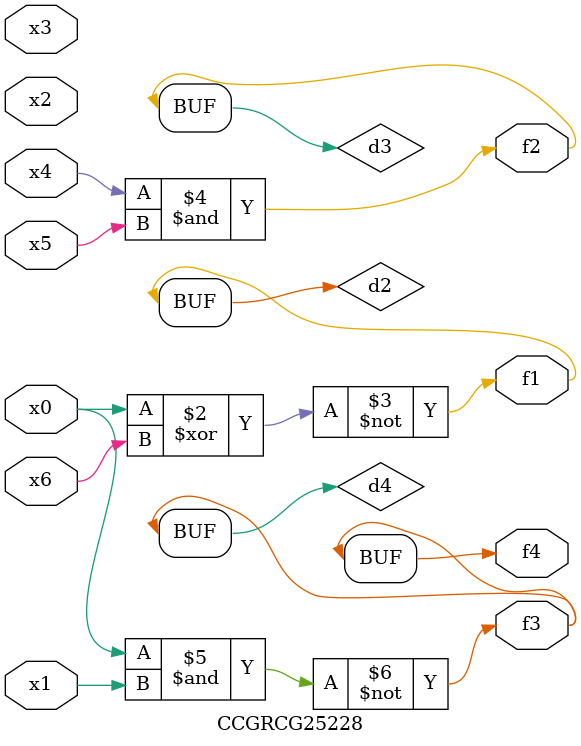
<source format=v>
module CCGRCG25228(
	input x0, x1, x2, x3, x4, x5, x6,
	output f1, f2, f3, f4
);

	wire d1, d2, d3, d4;

	nor (d1, x0);
	xnor (d2, x0, x6);
	and (d3, x4, x5);
	nand (d4, x0, x1);
	assign f1 = d2;
	assign f2 = d3;
	assign f3 = d4;
	assign f4 = d4;
endmodule

</source>
